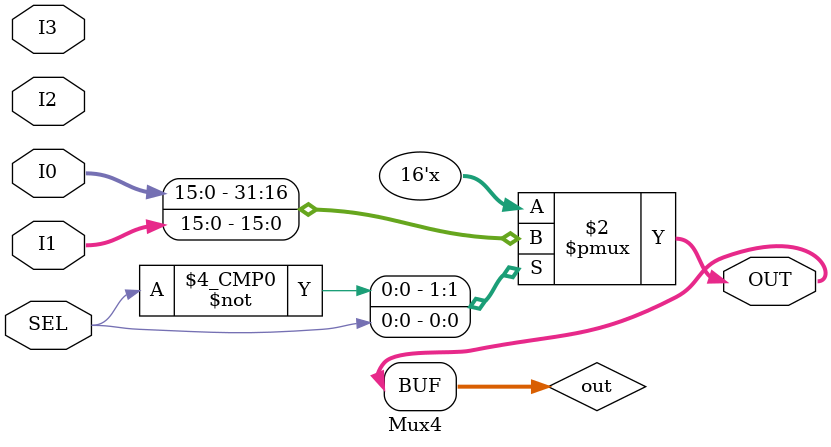
<source format=v>
module Mux4 #(parameter width=16) (
  input SEL,
  input [width-1:0] I0,
  input [width-1:0] I1,
  input [width-1:0] I2,
  input [width-1:0] I3,
  output [width-1:0] OUT
);

reg [width-1:0] out;

always @(*) begin
  case (SEL) 
    0: out <= I0;
    1: out <= I1;
    2: out <= I2;
    3: out <= I3;
  endcase
end

assign OUT = out;

endmodule
</source>
